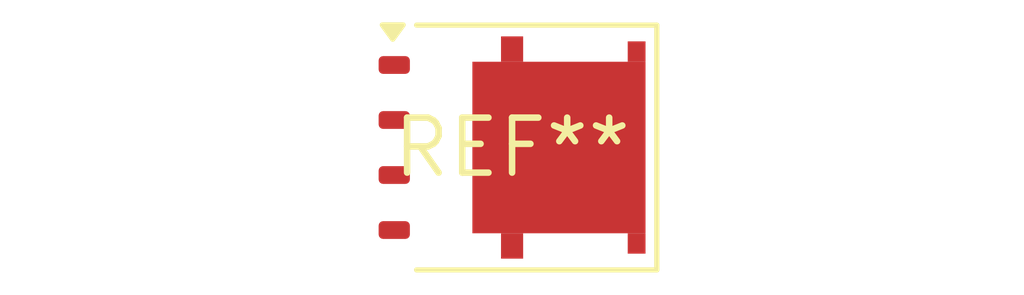
<source format=kicad_pcb>
(kicad_pcb (version 20240108) (generator pcbnew)
  (layers (0 "F.Cu" signal) (31 "B.Cu" signal) (34 "B.Paste" user) (35 "F.Paste" user) (36 "B.SilkS" user "B.Silkscreen") (37 "F.SilkS" user "F.Silkscreen") (38 "B.Mask" user) (39 "F.Mask" user) (44 "Edge.Cuts" user))
  (net 0 "")
  (footprint "PowerPAK_SO-8L_Single" (layer "F.Cu") (at 0 0)
    (property "Reference" "REF**")
    (property "Value" "PowerPAK_SO-8L_Single")
    (fp_line (start -2.2 -2.825) (end 3.335 -2.825) (layer "F.SilkS") (stroke (width 0.12)))
    (fp_line (start -2.2 2.825) (end 3.335 2.825) (layer "F.SilkS") (stroke (width 0.12)))
    (fp_line (start 3.335 -2.825) (end 3.335 2.825) (layer "F.SilkS") (stroke (width 0.12)))
    (fp_poly (pts (xy -2.75 -2.5) (xy -2.51 -2.83) (xy -2.99 -2.83) (xy -2.75 -2.5)) (layer "F.SilkS") (stroke (width 0.12)) (fill solid))
    (pad "1" smd roundrect (at -2.715 -1.905) (size 0.72 0.41) (layers "F.Cu" "F.Paste" "F.Mask"))
    (pad "2" smd roundrect (at -2.715 -0.635) (size 0.72 0.41) (layers "F.Cu" "F.Paste" "F.Mask"))
    (pad "3" smd roundrect (at -2.715 0.635) (size 0.72 0.41) (layers "F.Cu" "F.Paste" "F.Mask"))
    (pad "4" smd roundrect (at -2.715 1.905) (size 0.72 0.41) (layers "F.Cu" "F.Paste" "F.Mask"))
    (pad "5" smd rect (at 0 -2.2725) (size 0.51 0.585) (layers "F.Cu" "F.Paste" "F.Mask"))
    (pad "5" smd rect (at 0 2.2725) (size 0.51 0.585) (layers "F.Cu" "F.Paste" "F.Mask"))
    (pad "5" smd rect (at 1.08 0) (size 3.99 3.96) (layers "F.Cu" "F.Mask"))
    (pad "5" smd rect (at 2.87 -2.215) (size 0.41 0.47) (layers "F.Cu" "F.Paste" "F.Mask"))
    (pad "5" smd rect (at 2.87 2.215) (size 0.41 0.47) (layers "F.Cu" "F.Paste" "F.Mask"))
  )
)
</source>
